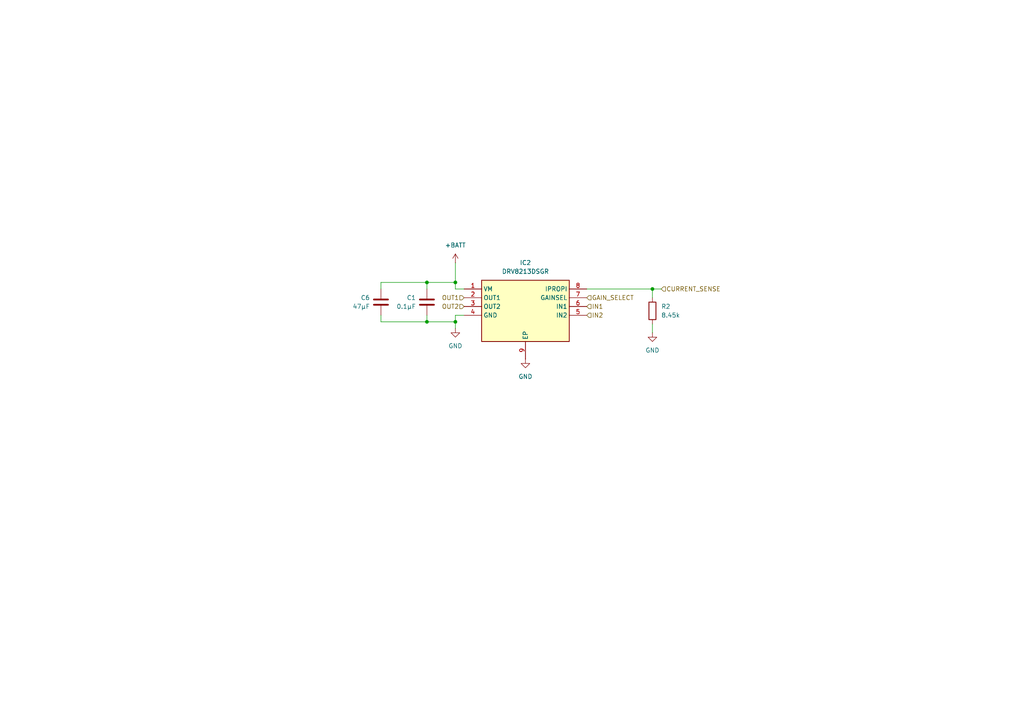
<source format=kicad_sch>
(kicad_sch (version 20231120) (generator "eeschema") (generator_version "8.0")
  (paper "A4")
  (lib_symbols
    (symbol "Device:C" (pin_numbers hide) (pin_names (offset 0.254))
      (property "Reference" "C" (at 0.635 2.54 0))
      (property "Value" "C" (at 0.635 -2.54 0))
      (symbol "C_0_1"
        (polyline (pts (xy -2.032 -0.762) (xy 2.032 -0.762)) (stroke (width 0.508)))
        (polyline (pts (xy -2.032 0.762) (xy 2.032 0.762)) (stroke (width 0.508)))
      )
      (symbol "C_1_1"
        (pin passive line (at 0 3.81 270) (length 2.794) (name "~") (number "1"))
        (pin passive line (at 0 -3.81 90) (length 2.794) (name "~") (number "2"))
      )
    )
    (symbol "Device:R" (pin_numbers hide) (pin_names (offset 0))
      (property "Reference" "R" (at 2.032 0 90))
      (property "Value" "R" (at 0 0 90))
      (symbol "R_0_1"
        (rectangle (start -1.016 -2.54) (end 1.016 2.54) (stroke (width 0.254)))
      )
      (symbol "R_1_1"
        (pin passive line (at 0 3.81 270) (length 1.27) (name "~") (number "1"))
        (pin passive line (at 0 -3.81 90) (length 1.27) (name "~") (number "2"))
      )
    )
    (symbol "SamacSys_Parts:DRV8213DSGR"
      (property "Reference" "IC" (at 31.75 7.62 0))
      (property "Value" "DRV8213DSGR" (at 31.75 5.08 0))
      (symbol "DRV8213DSGR_1_1"
        (rectangle (start 5.08 2.54) (end 30.48 -15.24) (stroke (width 0.254)) (fill (type background)))
        (pin passive line (at 0 0 0) (length 5.08) (name "VM") (number "1"))
        (pin passive line (at 0 -2.54 0) (length 5.08) (name "OUT1") (number "2"))
        (pin passive line (at 0 -5.08 0) (length 5.08) (name "OUT2") (number "3"))
        (pin passive line (at 0 -7.62 0) (length 5.08) (name "GND") (number "4"))
        (pin passive line (at 35.56 -7.62 180) (length 5.08) (name "IN2") (number "5"))
        (pin passive line (at 35.56 -5.08 180) (length 5.08) (name "IN1") (number "6"))
        (pin passive line (at 35.56 -2.54 180) (length 5.08) (name "GAINSEL") (number "7"))
        (pin passive line (at 35.56 0 180) (length 5.08) (name "IPROPI") (number "8"))
        (pin passive line (at 17.78 -20.32 90) (length 5.08) (name "EP") (number "9"))
      )
    )
    (symbol "power:+BATT" (power) (pin_numbers hide) (pin_names (offset 0) hide)
      (property "Value" "+BATT" (at 0 3.556 0))
      (symbol "+BATT_0_1"
        (polyline (pts (xy -0.762 1.27) (xy 0 2.54)))
        (polyline (pts (xy 0 0) (xy 0 2.54)))
        (polyline (pts (xy 0 2.54) (xy 0.762 1.27)))
      )
      (symbol "+BATT_1_1"
        (pin power_in line (at 0 0 90) (length 0) (name "~") (number "1"))
      )
    )
    (symbol "power:GND" (power) (pin_numbers hide) (pin_names (offset 0) hide)
      (property "Value" "GND" (at 0 -3.81 0))
      (symbol "GND_0_1"
        (polyline (pts (xy 0 0) (xy 0 -1.27) (xy 1.27 -1.27) (xy 0 -2.54) (xy -1.27 -1.27) (xy 0 -1.27)))
      )
      (symbol "GND_1_1"
        (pin power_in line (at 0 0 270) (length 0) (name "~") (number "1"))
      )
    )
  )
  (junction (at 123.825 81.915))
  (junction (at 132.08 93.345))
  (junction (at 189.23 83.82))
  (junction (at 123.825 93.345))
  (junction (at 132.08 81.915))
  (wire (pts (xy 132.08 83.82) (xy 134.62 83.82)))
  (wire (pts (xy 189.23 83.82) (xy 191.77 83.82)))
  (wire (pts (xy 132.08 91.44) (xy 132.08 93.345)))
  (wire (pts (xy 110.49 93.345) (xy 123.825 93.345)))
  (wire (pts (xy 132.08 91.44) (xy 134.62 91.44)))
  (wire (pts (xy 132.08 81.915) (xy 132.08 83.82)))
  (wire (pts (xy 170.18 83.82) (xy 189.23 83.82)))
  (wire (pts (xy 123.825 93.345) (xy 123.825 91.44)))
  (wire (pts (xy 189.23 86.36) (xy 189.23 83.82)))
  (wire (pts (xy 189.23 96.52) (xy 189.23 93.98)))
  (wire (pts (xy 123.825 81.915) (xy 110.49 81.915)))
  (wire (pts (xy 110.49 81.915) (xy 110.49 83.82)))
  (wire (pts (xy 123.825 81.915) (xy 132.08 81.915)))
  (wire (pts (xy 123.825 93.345) (xy 132.08 93.345)))
  (wire (pts (xy 132.08 93.345) (xy 132.08 95.25)))
  (wire (pts (xy 110.49 91.44) (xy 110.49 93.345)))
  (wire (pts (xy 132.08 76.2) (xy 132.08 81.915)))
  (wire (pts (xy 123.825 81.915) (xy 123.825 83.82)))
  (hierarchical_label "IN2" (shape input) (at 170.18 91.44 0))
  (hierarchical_label "CURRENT_SENSE" (shape input) (at 191.77 83.82 0))
  (hierarchical_label "IN1" (shape input) (at 170.18 88.9 0))
  (hierarchical_label "OUT2" (shape input) (at 134.62 88.9 180))
  (hierarchical_label "OUT1" (shape input) (at 134.62 86.36 180))
  (hierarchical_label "GAIN_SELECT" (shape input) (at 170.18 86.36 0))
  (symbol (lib_id "power:GND") (at 132.08 95.25 0) (unit 1)
    (property "Reference" "#PWR010" (effects (hide yes)))
    (property "Value" "GND" (at 132.08 100.33 0))
    (property "Description" "Power symbol creates a global label with name \"GND\" , ground" (effects (hide yes)))
    (instances (project "Grove_based_board" (path "" (reference "#PWR010") (unit 1)) (path "" (reference "#PWR015") (unit 1)) (path "" (reference "#PWR019") (unit 1)) (path "" (reference "#PWR023") (unit 1))))
  )
  (symbol (lib_id "power:+BATT") (at 132.08 76.2 0) (unit 1)
    (property "Reference" "#PWR014" (effects (hide yes)))
    (property "Value" "+BATT" (at 132.08 71.12 0))
    (property "Description" "Power symbol creates a global label with name \"+BATT\"" (effects (hide yes)))
    (instances (project "Grove_based_board" (path "" (reference "#PWR014") (unit 1)) (path "" (reference "#PWR018") (unit 1)) (path "" (reference "#PWR022") (unit 1)) (path "" (reference "#PWR012") (unit 1))))
  )
  (symbol (lib_id "Device:R") (at 189.23 90.17 0) (unit 1)
    (property "Reference" "R2" (at 191.77 88.8999 0) (effects (justify left)))
    (property "Value" "8.45k" (at 191.77 91.4399 0) (effects (justify left)))
    (property "Footprint" "Resistor_SMD:R_0603_1608Metric" (effects (hide yes)))
    (property "Datasheet" "https://jlcpcb.com/partdetail/15564-0603WAF8451T5E/C14892" (effects (hide yes)))
    (property "Description" "Resistor" (effects (hide yes)))
    (property "LCSC" "C14892" (effects (hide yes)))
    (instances (project "Grove_based_board" (path "" (reference "R2") (unit 1)) (path "" (reference "R3") (unit 1)) (path "" (reference "R4") (unit 1)) (path "" (reference "R1") (unit 1))))
  )
  (symbol (lib_id "power:GND") (at 189.23 96.52 0) (unit 1)
    (property "Reference" "#PWR017" (effects (hide yes)))
    (property "Value" "GND" (at 189.23 101.6 0))
    (property "Description" "Power symbol creates a global label with name \"GND\" , ground" (effects (hide yes)))
    (instances (project "Grove_based_board" (path "" (reference "#PWR017") (unit 1)) (path "" (reference "#PWR021") (unit 1)) (path "" (reference "#PWR025") (unit 1)) (path "" (reference "#PWR013") (unit 1))))
  )
  (symbol (lib_id "Device:C") (at 110.49 87.63 0) (unit 1)
    (property "Reference" "C6" (at 107.315 86.3599 0) (effects (justify right)))
    (property "Value" "47μF" (at 107.315 88.8999 0) (effects (justify right)))
    (property "Footprint" "Capacitor_SMD:C_0603_1608Metric" (effects (hide yes)))
    (property "Description" "Unpolarized capacitor" (effects (hide yes)))
    (property "LCSC" "C178330" (effects (hide yes)))
    (instances (project "Grove_based_board" (path "" (reference "C6") (unit 1)) (path "" (reference "C7") (unit 1)) (path "" (reference "C8") (unit 1)) (path "" (reference "C9") (unit 1))))
  )
  (symbol (lib_id "power:GND") (at 152.4 104.14 0) (unit 1)
    (property "Reference" "#PWR011" (effects (hide yes)))
    (property "Value" "GND" (at 152.4 109.22 0))
    (property "Description" "Power symbol creates a global label with name \"GND\" , ground" (effects (hide yes)))
    (instances (project "Grove_based_board" (path "" (reference "#PWR011") (unit 1)) (path "" (reference "#PWR016") (unit 1)) (path "" (reference "#PWR020") (unit 1)) (path "" (reference "#PWR024") (unit 1))))
  )
  (symbol (lib_id "Device:C") (at 123.825 87.63 0) (unit 1)
    (property "Reference" "C1" (at 120.65 86.3599 0) (effects (justify right)))
    (property "Value" "0.1μF" (at 120.65 88.8999 0) (effects (justify right)))
    (property "Footprint" "Capacitor_SMD:C_0603_1608Metric" (effects (hide yes)))
    (property "Description" "Unpolarized capacitor" (effects (hide yes)))
    (property "LCSC" "C14663" (effects (hide yes)))
    (instances (project "Grove_based_board" (path "" (reference "C1") (unit 1)) (path "" (reference "C2") (unit 1)) (path "" (reference "C3") (unit 1)) (path "" (reference "C4") (unit 1))))
  )
  (symbol (lib_id "SamacSys_Parts:DRV8213DSGR") (at 134.62 83.82 0) (unit 1)
    (property "Reference" "IC2" (at 152.4 76.2 0))
    (property "Value" "DRV8213DSGR" (at 152.4 78.74 0))
    (property "Footprint" "SamacSys_Parts:SON50P200X200X80-9N" (effects (hide yes)))
    (property "Datasheet" "https://www.ti.com/lit/ds/symlink/drv8213.pdf?ts=1703739910534&ref_url=https%253A%252F%252Fwww.ti.com.cn%252Fproduct%252Fcn%252FDRV8213" (effects (hide yes)))
    (property "Description" "Motor Drives 11-V 4-A brushed DC motor driver with intergrated current sense, current regulation and stall detect 8-WSON -40 to 125" (effects (hide yes)))
    (property "Height" "0.8" (effects (hide yes)))
    (property "Manufacturer_Name" "Texas Instruments" (effects (hide yes)))
    (property "Manufacturer_Part_Number" "DRV8213DSGR" (effects (hide yes)))
    (property "Mouser Part Number" "595-DRV8213DSGR" (effects (hide yes)))
    (property "Mouser Price/Stock" "https://www.mouser.co.uk/ProductDetail/Texas-Instruments/DRV8213DSGR?qs=HoCaDK9Nz5fr9x8VVVVBBg%3D%3D" (effects (hide yes)))
    (property "Arrow Part Number" "DRV8213DSGR" (effects (hide yes)))
    (property "Arrow Price/Stock" "null?region=nac" (effects (hide yes)))
    (property "LCSC" "C22407186" (effects (hide yes)))
    (instances (project "Grove_based_board" (path "" (reference "IC2") (unit 1)) (path "" (reference "IC3") (unit 1)) (path "" (reference "IC4") (unit 1)) (path "" (reference "IC5") (unit 1))))
  )
)
</source>
